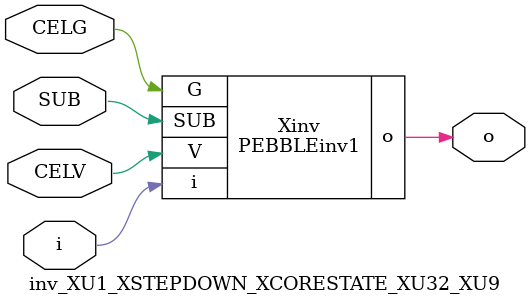
<source format=v>



module PEBBLEinv1 ( o, G, SUB, V, i );

  input V;
  input i;
  input G;
  output o;
  input SUB;
endmodule

//Celera Confidential Do Not Copy inv_XU1_XSTEPDOWN_XCORESTATE_XU32_XU9
//Celera Confidential Symbol Generator
//5V Inverter
module inv_XU1_XSTEPDOWN_XCORESTATE_XU32_XU9 (CELV,CELG,i,o,SUB);
input CELV;
input CELG;
input i;
input SUB;
output o;

//Celera Confidential Do Not Copy inv
PEBBLEinv1 Xinv(
.V (CELV),
.i (i),
.o (o),
.SUB (SUB),
.G (CELG)
);
//,diesize,PEBBLEinv1

//Celera Confidential Do Not Copy Module End
//Celera Schematic Generator
endmodule

</source>
